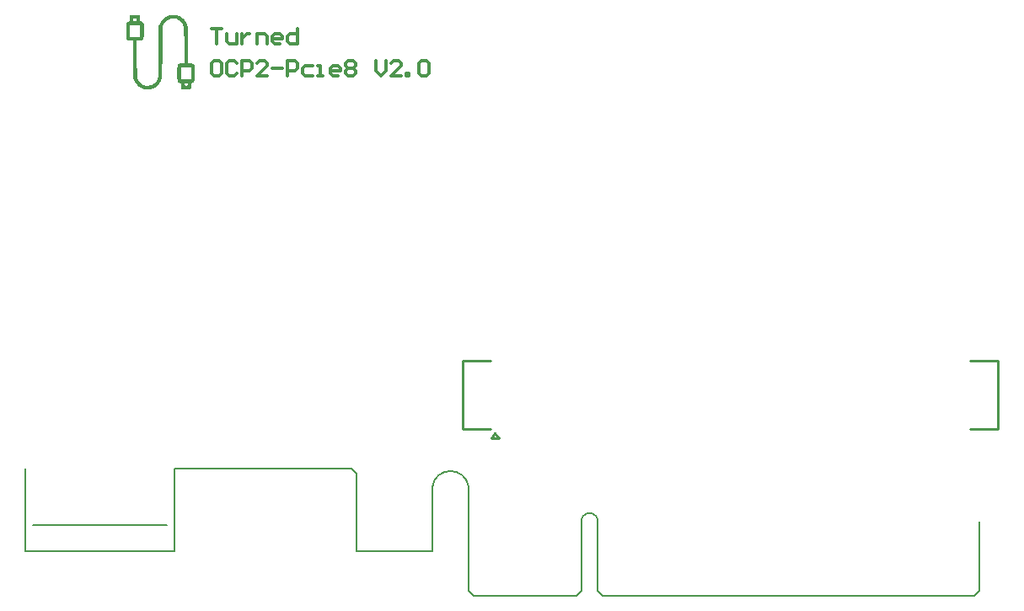
<source format=gto>
G04*
G04 #@! TF.GenerationSoftware,Altium Limited,Altium Designer,19.1.6 (110)*
G04*
G04 Layer_Color=65535*
%FSLAX25Y25*%
%MOIN*%
G70*
G01*
G75*
%ADD10C,0.00799*%
%ADD11C,0.01000*%
%ADD12C,0.01378*%
G36*
X248763Y348438D02*
X248679Y348439D01*
X248597Y348440D01*
X248515Y348441D01*
X248435Y348443D01*
X248356Y348446D01*
X248277Y348449D01*
X248200Y348453D01*
X248124Y348458D01*
X248049Y348463D01*
X247974Y348469D01*
X247901Y348475D01*
X247829Y348482D01*
X247757Y348490D01*
X247686Y348499D01*
X247617Y348508D01*
X247548Y348518D01*
X247480Y348529D01*
X247412Y348540D01*
X247345Y348552D01*
X247280Y348565D01*
X247215Y348578D01*
X247150Y348592D01*
X247086Y348607D01*
X247023Y348623D01*
X246960Y348639D01*
X246899Y348657D01*
X246837Y348674D01*
X246776Y348693D01*
X246716Y348713D01*
X246656Y348733D01*
X246597Y348754D01*
X246538Y348776D01*
X246480Y348798D01*
X246422Y348822D01*
X246364Y348846D01*
X246307Y348871D01*
X246250Y348897D01*
X246194Y348924D01*
X246138Y348952D01*
X246082Y348980D01*
X246026Y349010D01*
X245971Y349040D01*
X245915Y349071D01*
X245860Y349103D01*
X245805Y349136D01*
X245751Y349170D01*
X245696Y349204D01*
X245641Y349240D01*
X245587Y349276D01*
X245532Y349314D01*
X245478Y349352D01*
X245424Y349391D01*
X245369Y349432D01*
X245315Y349473D01*
X245261Y349515D01*
X245206Y349558D01*
X245151Y349602D01*
X245096Y349647D01*
X245041Y349693D01*
X244986Y349740D01*
X244931Y349788D01*
X244875Y349837D01*
X244819Y349887D01*
X244763Y349938D01*
X244721Y349981D01*
X244680Y350023D01*
X244639Y350066D01*
X244598Y350108D01*
X244558Y350151D01*
X244518Y350194D01*
X244479Y350237D01*
X244440Y350281D01*
X244401Y350324D01*
X244363Y350368D01*
X244326Y350412D01*
X244289Y350456D01*
X244252Y350500D01*
X244216Y350544D01*
X244180Y350589D01*
X244145Y350634D01*
X244110Y350679D01*
X244075Y350724D01*
X244041Y350769D01*
X244007Y350814D01*
X243974Y350860D01*
X243941Y350906D01*
X243909Y350952D01*
X243877Y350998D01*
X243846Y351045D01*
X243815Y351091D01*
X243784Y351138D01*
X243754Y351185D01*
X243725Y351233D01*
X243695Y351280D01*
X243667Y351328D01*
X243638Y351376D01*
X243610Y351424D01*
X243583Y351472D01*
X243556Y351521D01*
X243529Y351570D01*
X243503Y351619D01*
X243477Y351668D01*
X243452Y351718D01*
X243427Y351767D01*
X243403Y351817D01*
X243379Y351868D01*
X243355Y351918D01*
X243332Y351969D01*
X243310Y352020D01*
X243288Y352071D01*
X243266Y352122D01*
X243245Y352174D01*
X243224Y352226D01*
X243203Y352278D01*
X243183Y352331D01*
X243164Y352384D01*
X243145Y352437D01*
X243126Y352490D01*
X243108Y352544D01*
X243090Y352597D01*
X243073Y352652D01*
X243056Y352706D01*
X243039Y352761D01*
X243023Y352816D01*
X243007Y352871D01*
X242992Y352926D01*
X242978Y352982D01*
X242963Y353038D01*
X242963Y353092D01*
X242963Y353145D01*
X242962Y353205D01*
X242961Y353260D01*
X242960Y353319D01*
X242959Y353370D01*
X242958Y353424D01*
X242956Y353480D01*
X242955Y353540D01*
X242954Y353602D01*
X242952Y353667D01*
X242951Y353718D01*
X242950Y353771D01*
X242949Y353825D01*
X242947Y353881D01*
X242946Y353938D01*
X242945Y353997D01*
X242943Y354058D01*
X242942Y354120D01*
X242940Y354184D01*
X242939Y354249D01*
X242937Y354316D01*
X242935Y354385D01*
X242934Y354455D01*
X242932Y354527D01*
X242931Y354601D01*
X242929Y354676D01*
X242928Y354727D01*
X242927Y354779D01*
X242926Y354832D01*
X242924Y354885D01*
X242923Y354939D01*
X242922Y354993D01*
X242921Y355049D01*
X242920Y355105D01*
X242919Y355161D01*
X242917Y355219D01*
X242916Y355277D01*
X242915Y355336D01*
X242914Y355396D01*
X242913Y355456D01*
X242912Y355517D01*
X242910Y355579D01*
X242909Y355641D01*
X242908Y355705D01*
X242907Y355769D01*
X242906Y355833D01*
X242904Y355898D01*
X242903Y355965D01*
X242902Y356031D01*
X242901Y356099D01*
X242900Y356167D01*
X242899Y356236D01*
X242898Y356306D01*
X242897Y356376D01*
X242896Y356447D01*
X242894Y356519D01*
X242893Y356591D01*
X242892Y356664D01*
X242891Y356738D01*
X242890Y356813D01*
X242889Y356888D01*
X242888Y356964D01*
X242887Y357041D01*
X242886Y357118D01*
X242885Y357196D01*
X242884Y357275D01*
X242883Y357354D01*
X242882Y357435D01*
X242881Y357516D01*
X242880Y357597D01*
X242879Y357680D01*
X242879Y357763D01*
X242878Y357846D01*
X242877Y357931D01*
X242876Y358016D01*
X242875Y358102D01*
X242874Y358189D01*
X242874Y358276D01*
X242873Y358364D01*
X242872Y358453D01*
X242871Y358542D01*
X242871Y358632D01*
X242870Y358723D01*
X242869Y358814D01*
X242869Y358907D01*
X242868Y358999D01*
X242868Y359093D01*
X242867Y359187D01*
X242867Y359282D01*
X242866Y359378D01*
X242866Y359474D01*
X242866Y359572D01*
X242865Y359669D01*
X242865Y359768D01*
X242865Y359867D01*
X242864Y359967D01*
X242864Y360017D01*
X242864Y360068D01*
X242864Y360118D01*
X242864Y360169D01*
X242864Y360220D01*
X242864Y360271D01*
X242864Y360322D01*
X242863Y360373D01*
X242863Y360425D01*
X242863Y360477D01*
X242863Y360529D01*
X242863Y360581D01*
X242863Y360633D01*
X242863Y360686D01*
Y360738D01*
Y367638D01*
X241963D01*
X241821Y367638D01*
X241694Y367639D01*
X241581Y367640D01*
X241480Y367643D01*
X241391Y367648D01*
X241311Y367654D01*
X241240Y367664D01*
X241176Y367676D01*
X241118Y367692D01*
X241064Y367712D01*
X241013Y367736D01*
X240965Y367765D01*
X240917Y367799D01*
X240868Y367839D01*
X240817Y367885D01*
X240763Y367938D01*
X240263Y368338D01*
X240163Y371238D01*
X240164Y371539D01*
X240165Y371824D01*
X240166Y372092D01*
X240169Y372345D01*
X240173Y372584D01*
X240178Y372807D01*
X240184Y373017D01*
X240191Y373213D01*
X240200Y373397D01*
X240211Y373568D01*
X240223Y373727D01*
X240237Y373875D01*
X240253Y374012D01*
X240271Y374139D01*
X240291Y374256D01*
X240313Y374363D01*
X240338Y374462D01*
X240365Y374553D01*
X240395Y374636D01*
X240427Y374711D01*
X240462Y374780D01*
X240500Y374842D01*
X240541Y374899D01*
X240585Y374951D01*
X240633Y374998D01*
X240683Y375041D01*
X240737Y375080D01*
X240795Y375116D01*
X240856Y375149D01*
X240921Y375180D01*
X240990Y375210D01*
X241063Y375238D01*
X241134Y375274D01*
X241195Y375306D01*
X241249Y375337D01*
X241295Y375368D01*
X241333Y375401D01*
X241380Y375457D01*
X241403Y375501D01*
X241422Y375553D01*
X241437Y375613D01*
X241447Y375685D01*
X241454Y375768D01*
X241459Y375865D01*
X241461Y375920D01*
X241462Y375978D01*
X241462Y376041D01*
X241463Y376108D01*
X241463Y376180D01*
X241463Y376257D01*
X241463Y376338D01*
X241466Y376448D01*
X241472Y376554D01*
X241482Y376655D01*
X241496Y376752D01*
X241513Y376845D01*
X241532Y376934D01*
X241553Y377019D01*
X241576Y377101D01*
X241600Y377179D01*
X241624Y377253D01*
X241649Y377325D01*
X241674Y377393D01*
X241699Y377458D01*
X241722Y377521D01*
X241743Y377581D01*
X241763Y377638D01*
X241800Y377691D01*
X241837Y377737D01*
X241875Y377777D01*
X241918Y377812D01*
X241967Y377841D01*
X242025Y377865D01*
X242076Y377880D01*
X242133Y377893D01*
X242198Y377904D01*
X242273Y377913D01*
X242328Y377918D01*
X242387Y377923D01*
X242452Y377926D01*
X242521Y377929D01*
X242597Y377932D01*
X242677Y377934D01*
X242764Y377935D01*
X242857Y377936D01*
X242957Y377937D01*
X243009Y377938D01*
X243063Y377938D01*
X243119Y377938D01*
X243177Y377938D01*
X243237Y377938D01*
X243298Y377938D01*
X243361Y377938D01*
X243427Y377938D01*
X243494Y377938D01*
X243563D01*
X243660Y377938D01*
X243754Y377938D01*
X243845Y377938D01*
X243933Y377937D01*
X244018Y377936D01*
X244100Y377935D01*
X244180Y377933D01*
X244256Y377931D01*
X244331Y377929D01*
X244402Y377926D01*
X244471Y377923D01*
X244537Y377920D01*
X244601Y377916D01*
X244662Y377911D01*
X244721Y377906D01*
X244777Y377901D01*
X244832Y377895D01*
X244883Y377888D01*
X244933Y377881D01*
X245026Y377864D01*
X245111Y377844D01*
X245188Y377821D01*
X245257Y377795D01*
X245320Y377765D01*
X245375Y377732D01*
X245425Y377694D01*
X245468Y377652D01*
X245506Y377606D01*
X245538Y377555D01*
X245566Y377500D01*
X245589Y377439D01*
X245608Y377373D01*
X245624Y377301D01*
X245636Y377224D01*
X245646Y377141D01*
X245653Y377051D01*
X245657Y376955D01*
X245659Y376905D01*
X245660Y376853D01*
X245662Y376799D01*
X245662Y376743D01*
X245663Y376686D01*
X245663Y376627D01*
X245663Y376566D01*
X245663Y376503D01*
X245663Y376438D01*
X245664Y376137D01*
X245668Y375902D01*
X245679Y375726D01*
X245701Y375601D01*
X245737Y375517D01*
X245790Y375468D01*
X245864Y375444D01*
X245963Y375438D01*
X246029Y375402D01*
X246100Y375359D01*
X246143Y375332D01*
X246188Y375301D01*
X246236Y375266D01*
X246286Y375228D01*
X246336Y375187D01*
X246385Y375143D01*
X246434Y375096D01*
X246480Y375046D01*
X246524Y374993D01*
X246563Y374938D01*
X247163Y374538D01*
Y371938D01*
X247163Y371664D01*
X247163Y371403D01*
X247163Y371156D01*
X247162Y370921D01*
X247161Y370700D01*
X247160Y370489D01*
X247158Y370291D01*
X247155Y370104D01*
X247152Y369928D01*
X247148Y369762D01*
X247143Y369606D01*
X247137Y369460D01*
X247130Y369323D01*
X247121Y369195D01*
X247112Y369075D01*
X247101Y368963D01*
X247088Y368859D01*
X247074Y368762D01*
X247059Y368672D01*
X247041Y368589D01*
X247022Y368511D01*
X247001Y368439D01*
X246978Y368372D01*
X246952Y368310D01*
X246925Y368253D01*
X246895Y368199D01*
X246863Y368149D01*
X246828Y368102D01*
X246791Y368058D01*
X246751Y368016D01*
X246709Y367976D01*
X246663Y367938D01*
X246607Y367885D01*
X246550Y367839D01*
X246492Y367799D01*
X246432Y367765D01*
X246370Y367736D01*
X246305Y367712D01*
X246236Y367692D01*
X246163Y367676D01*
X246086Y367664D01*
X246003Y367654D01*
X245915Y367648D01*
X245819Y367643D01*
X245769Y367641D01*
X245718Y367640D01*
X245664Y367639D01*
X245608Y367639D01*
X245550Y367639D01*
X245490Y367638D01*
X245428Y367638D01*
X245363Y367638D01*
X244263D01*
Y360438D01*
X244463Y353238D01*
X244763Y352438D01*
X244803Y352344D01*
X244846Y352250D01*
X244894Y352155D01*
X244945Y352060D01*
X244999Y351966D01*
X245057Y351871D01*
X245118Y351777D01*
X245182Y351684D01*
X245249Y351591D01*
X245319Y351499D01*
X245391Y351408D01*
X245466Y351319D01*
X245544Y351230D01*
X245623Y351144D01*
X245705Y351059D01*
X245788Y350976D01*
X245873Y350895D01*
X245960Y350816D01*
X246049Y350740D01*
X246138Y350666D01*
X246229Y350595D01*
X246321Y350526D01*
X246414Y350461D01*
X246507Y350399D01*
X246601Y350341D01*
X246695Y350286D01*
X246790Y350234D01*
X246885Y350187D01*
X246980Y350143D01*
X247075Y350104D01*
X247169Y350069D01*
X247263Y350038D01*
X247343Y350020D01*
X247423Y350003D01*
X247504Y349987D01*
X247584Y349973D01*
X247665Y349959D01*
X247746Y349947D01*
X247827Y349936D01*
X247908Y349926D01*
X247990Y349918D01*
X248071Y349910D01*
X248152Y349904D01*
X248234Y349899D01*
X248316Y349895D01*
X248397Y349893D01*
X248479Y349891D01*
X248560Y349891D01*
X248642Y349893D01*
X248723Y349895D01*
X248804Y349899D01*
X248885Y349904D01*
X248966Y349910D01*
X249047Y349918D01*
X249127Y349926D01*
X249207Y349936D01*
X249287Y349948D01*
X249367Y349960D01*
X249447Y349974D01*
X249526Y349989D01*
X249604Y350006D01*
X249683Y350024D01*
X249761Y350043D01*
X249838Y350063D01*
X249915Y350085D01*
X249992Y350108D01*
X250068Y350133D01*
X250144Y350158D01*
X250219Y350185D01*
X250294Y350214D01*
X250368Y350244D01*
X250441Y350275D01*
X250514Y350307D01*
X250586Y350341D01*
X250657Y350376D01*
X250728Y350413D01*
X250798Y350451D01*
X250868Y350490D01*
X250936Y350531D01*
X251004Y350573D01*
X251071Y350616D01*
X251137Y350661D01*
X251202Y350707D01*
X251267Y350755D01*
X251330Y350804D01*
X251393Y350855D01*
X251455Y350906D01*
X251515Y350960D01*
X251575Y351015D01*
X251634Y351071D01*
X251691Y351128D01*
X251748Y351187D01*
X251803Y351248D01*
X251858Y351310D01*
X251911Y351373D01*
X251963Y351438D01*
X251998Y351480D01*
X252032Y351520D01*
X252065Y351559D01*
X252102Y351603D01*
X252138Y351646D01*
X252173Y351687D01*
X252207Y351728D01*
X252240Y351768D01*
X252272Y351808D01*
X252307Y351853D01*
X252340Y351898D01*
X252372Y351944D01*
X252403Y351990D01*
X252433Y352037D01*
X252462Y352085D01*
X252489Y352135D01*
X252512Y352180D01*
X252534Y352227D01*
X252555Y352275D01*
X252575Y352326D01*
X252594Y352379D01*
X252610Y352427D01*
X252626Y352476D01*
X252641Y352527D01*
X252655Y352581D01*
X252669Y352637D01*
X252682Y352695D01*
X252693Y352746D01*
X252703Y352799D01*
X252713Y352853D01*
X252723Y352910D01*
X252732Y352969D01*
X252741Y353029D01*
X252748Y353080D01*
X252755Y353132D01*
X252761Y353185D01*
X252768Y353240D01*
X252774Y353297D01*
X252780Y353355D01*
X252786Y353415D01*
X252791Y353476D01*
X252797Y353540D01*
X252802Y353605D01*
X252806Y353655D01*
X252810Y353706D01*
X252814Y353758D01*
X252817Y353812D01*
X252821Y353866D01*
X252824Y353921D01*
X252827Y353978D01*
X252831Y354036D01*
X252834Y354095D01*
X252837Y354155D01*
X252840Y354216D01*
X252843Y354279D01*
X252846Y354343D01*
X252849Y354408D01*
X252852Y354474D01*
X252854Y354541D01*
X252857Y354610D01*
X252859Y354681D01*
X252862Y354752D01*
X252864Y354825D01*
X252867Y354899D01*
X252868Y354949D01*
X252870Y355000D01*
X252871Y355052D01*
X252873Y355104D01*
X252874Y355157D01*
X252875Y355210D01*
X252877Y355264D01*
X252878Y355319D01*
X252880Y355374D01*
X252881Y355430D01*
X252882Y355487D01*
X252884Y355544D01*
X252885Y355602D01*
X252886Y355661D01*
X252887Y355720D01*
X252888Y355780D01*
X252890Y355841D01*
X252891Y355903D01*
X252892Y355965D01*
X252893Y356028D01*
X252894Y356091D01*
X252895Y356155D01*
X252896Y356220D01*
X252897Y356286D01*
X252899Y356352D01*
X252900Y356420D01*
X252901Y356487D01*
X252902Y356556D01*
X252903Y356626D01*
X252904Y356696D01*
X252905Y356767D01*
X252906Y356838D01*
X252906Y356911D01*
X252907Y356984D01*
X252908Y357058D01*
X252909Y357133D01*
X252910Y357208D01*
X252911Y357285D01*
X252912Y357362D01*
X252913Y357440D01*
X252914Y357519D01*
X252915Y357598D01*
X252915Y357679D01*
X252916Y357760D01*
X252917Y357842D01*
X252918Y357925D01*
X252919Y358009D01*
X252920Y358093D01*
X252920Y358179D01*
X252921Y358265D01*
X252922Y358352D01*
X252923Y358440D01*
X252924Y358529D01*
X252924Y358619D01*
X252925Y358709D01*
X252926Y358801D01*
X252927Y358893D01*
X252928Y358986D01*
X252928Y359081D01*
X252929Y359176D01*
X252930Y359272D01*
X252931Y359368D01*
X252932Y359466D01*
X252933Y359565D01*
X252933Y359665D01*
X252934Y359715D01*
X252934Y359765D01*
X252935Y359816D01*
X252935Y359867D01*
X252936Y359918D01*
X252936Y359969D01*
X252936Y360021D01*
X252937Y360072D01*
X252937Y360124D01*
X252938Y360177D01*
X252938Y360229D01*
X252939Y360282D01*
X252939Y360335D01*
X252939Y360388D01*
X252940Y360442D01*
X252940Y360495D01*
X252941Y360549D01*
X252941Y360604D01*
X252942Y360658D01*
X252942Y360713D01*
X252942Y360768D01*
X252943Y360823D01*
X252943Y360878D01*
X252944Y360934D01*
X252944Y360990D01*
X252945Y361046D01*
X252945Y361103D01*
X252946Y361159D01*
X252946Y361216D01*
X252947Y361273D01*
X252947Y361331D01*
X252947Y361388D01*
X252948Y361446D01*
X252948Y361505D01*
X252949Y361563D01*
X252949Y361622D01*
X252950Y361681D01*
X252950Y361740D01*
X252951Y361799D01*
X252951Y361859D01*
X252952Y361919D01*
X252952Y361979D01*
X252953Y362039D01*
X252953Y362100D01*
X252954Y362161D01*
X252955Y362223D01*
X252955Y362284D01*
X252956Y362346D01*
X252956Y362408D01*
X252957Y362470D01*
X252957Y362533D01*
X252958Y362596D01*
X252958Y362659D01*
X252959Y362722D01*
X252959Y362786D01*
X252960Y362849D01*
X252960Y362914D01*
X252961Y362978D01*
X252961Y363043D01*
X252962Y363108D01*
X252973Y362100D01*
X252963Y363238D01*
Y373638D01*
X253563Y374538D01*
X253592Y374599D01*
X253620Y374659D01*
X253650Y374718D01*
X253679Y374777D01*
X253710Y374836D01*
X253740Y374893D01*
X253771Y374951D01*
X253803Y375007D01*
X253835Y375063D01*
X253867Y375119D01*
X253900Y375174D01*
X253934Y375228D01*
X253968Y375282D01*
X254002Y375335D01*
X254037Y375388D01*
X254073Y375440D01*
X254109Y375491D01*
X254145Y375542D01*
X254182Y375593D01*
X254220Y375643D01*
X254258Y375692D01*
X254296Y375741D01*
X254336Y375790D01*
X254375Y375837D01*
X254416Y375885D01*
X254456Y375931D01*
X254498Y375978D01*
X254540Y376023D01*
X254582Y376068D01*
X254625Y376113D01*
X254669Y376157D01*
X254713Y376201D01*
X254758Y376244D01*
X254803Y376287D01*
X254850Y376329D01*
X254896Y376370D01*
X254943Y376411D01*
X254991Y376452D01*
X255040Y376492D01*
X255089Y376532D01*
X255138Y376571D01*
X255189Y376609D01*
X255240Y376647D01*
X255291Y376685D01*
X255343Y376722D01*
X255396Y376759D01*
X255450Y376795D01*
X255504Y376831D01*
X255559Y376866D01*
X255614Y376901D01*
X255670Y376935D01*
X255727Y376969D01*
X255785Y377002D01*
X255843Y377035D01*
X255902Y377067D01*
X255961Y377099D01*
X256022Y377131D01*
X256083Y377162D01*
X256144Y377192D01*
X256207Y377222D01*
X256270Y377252D01*
X256333Y377281D01*
X256398Y377310D01*
X256463Y377338D01*
X256545Y377384D01*
X256623Y377426D01*
X256697Y377466D01*
X256767Y377503D01*
X256834Y377538D01*
X256898Y377570D01*
X256959Y377600D01*
X257018Y377627D01*
X257075Y377653D01*
X257131Y377676D01*
X257185Y377697D01*
X257239Y377716D01*
X257292Y377734D01*
X257344Y377749D01*
X257397Y377763D01*
X257451Y377776D01*
X257505Y377787D01*
X257561Y377797D01*
X257618Y377805D01*
X257677Y377812D01*
X257739Y377818D01*
X257803Y377823D01*
X257870Y377827D01*
X257940Y377831D01*
X258014Y377833D01*
X258092Y377835D01*
X258174Y377836D01*
X258261Y377837D01*
X258353Y377838D01*
X258451Y377838D01*
X258502Y377838D01*
X258554Y377838D01*
X258608Y377838D01*
X258663D01*
X258747Y377838D01*
X258830Y377837D01*
X258912Y377836D01*
X258993Y377835D01*
X259073Y377833D01*
X259152Y377830D01*
X259230Y377827D01*
X259307Y377823D01*
X259383Y377819D01*
X259459Y377814D01*
X259533Y377809D01*
X259607Y377803D01*
X259680Y377796D01*
X259752Y377789D01*
X259824Y377781D01*
X259894Y377773D01*
X259964Y377764D01*
X260034Y377754D01*
X260102Y377743D01*
X260170Y377732D01*
X260237Y377720D01*
X260304Y377708D01*
X260370Y377694D01*
X260435Y377680D01*
X260500Y377665D01*
X260564Y377650D01*
X260628Y377633D01*
X260691Y377616D01*
X260753Y377598D01*
X260816Y377579D01*
X260877Y377559D01*
X260938Y377538D01*
X260999Y377517D01*
X261059Y377494D01*
X261119Y377471D01*
X261179Y377447D01*
X261238Y377422D01*
X261297Y377395D01*
X261355Y377368D01*
X261413Y377340D01*
X261471Y377311D01*
X261529Y377281D01*
X261586Y377250D01*
X261643Y377218D01*
X261700Y377185D01*
X261757Y377151D01*
X261813Y377115D01*
X261870Y377079D01*
X261926Y377042D01*
X261982Y377003D01*
X262038Y376963D01*
X262094Y376922D01*
X262149Y376880D01*
X262205Y376837D01*
X262261Y376793D01*
X262316Y376747D01*
X262372Y376701D01*
X262428Y376653D01*
X262484Y376603D01*
X262539Y376553D01*
X262595Y376501D01*
X262651Y376448D01*
X262707Y376394D01*
X262763Y376338D01*
X262805Y376296D01*
X262847Y376253D01*
X262888Y376210D01*
X262929Y376167D01*
X262969Y376124D01*
X263008Y376080D01*
X263048Y376036D01*
X263087Y375992D01*
X263125Y375947D01*
X263163Y375902D01*
X263201Y375857D01*
X263238Y375812D01*
X263275Y375766D01*
X263311Y375720D01*
X263347Y375674D01*
X263382Y375627D01*
X263417Y375581D01*
X263452Y375534D01*
X263486Y375486D01*
X263519Y375439D01*
X263552Y375391D01*
X263585Y375343D01*
X263617Y375295D01*
X263649Y375247D01*
X263681Y375198D01*
X263712Y375149D01*
X263742Y375100D01*
X263772Y375051D01*
X263802Y375001D01*
X263831Y374951D01*
X263860Y374901D01*
X263888Y374851D01*
X263916Y374800D01*
X263944Y374750D01*
X263971Y374699D01*
X263997Y374647D01*
X264023Y374596D01*
X264049Y374545D01*
X264074Y374493D01*
X264099Y374441D01*
X264124Y374389D01*
X264148Y374336D01*
X264171Y374284D01*
X264194Y374231D01*
X264217Y374178D01*
X264239Y374125D01*
X264261Y374072D01*
X264282Y374018D01*
X264303Y373964D01*
X264323Y373910D01*
X264343Y373856D01*
X264363Y373802D01*
X264382Y373748D01*
X264401Y373693D01*
X264419Y373638D01*
X264437Y373583D01*
X264454Y373528D01*
X264471Y373473D01*
X264488Y373418D01*
X264504Y373362D01*
X264519Y373306D01*
X264534Y373251D01*
X264549Y373195D01*
X264563Y373138D01*
X264564Y373076D01*
X264564Y373020D01*
X264565Y372958D01*
X264566Y372888D01*
X264567Y372838D01*
X264568Y372785D01*
X264569Y372728D01*
X264570Y372669D01*
X264572Y372606D01*
X264573Y372541D01*
X264575Y372473D01*
X264576Y372401D01*
X264578Y372327D01*
X264580Y372249D01*
X264582Y372169D01*
X264583Y372086D01*
X264585Y372000D01*
X264587Y371911D01*
X264590Y371819D01*
X264592Y371725D01*
X264594Y371627D01*
X264596Y371527D01*
X264597Y371476D01*
X264598Y371424D01*
X264599Y371372D01*
X264600Y371318D01*
X264602Y371264D01*
X264603Y371210D01*
X264604Y371154D01*
X264605Y371099D01*
X264606Y371042D01*
X264607Y370985D01*
X264609Y370927D01*
X264610Y370868D01*
X264611Y370809D01*
X264612Y370749D01*
X264613Y370688D01*
X264615Y370627D01*
X264616Y370565D01*
X264617Y370503D01*
X264618Y370439D01*
X264619Y370375D01*
X264620Y370311D01*
X264621Y370246D01*
X264623Y370180D01*
X264624Y370113D01*
X264625Y370046D01*
X264626Y369979D01*
X264627Y369910D01*
X264628Y369841D01*
X264629Y369772D01*
X264631Y369701D01*
X264632Y369631D01*
X264633Y369559D01*
X264634Y369487D01*
X264635Y369414D01*
X264636Y369341D01*
X264637Y369267D01*
X264638Y369192D01*
X264639Y369117D01*
X264640Y369041D01*
X264641Y368965D01*
X264642Y368888D01*
X264643Y368810D01*
X264644Y368732D01*
X264645Y368653D01*
X264646Y368574D01*
X264647Y368494D01*
X264648Y368413D01*
X264649Y368332D01*
X264649Y368250D01*
X264650Y368168D01*
X264651Y368085D01*
X264652Y368002D01*
X264653Y367918D01*
X264653Y367833D01*
X264654Y367748D01*
X264655Y367662D01*
X264655Y367576D01*
X264656Y367489D01*
X264657Y367402D01*
X264657Y367314D01*
X264658Y367225D01*
X264658Y367136D01*
X264659Y367046D01*
X264660Y366956D01*
X264660Y366865D01*
X264660Y366774D01*
X264661Y366682D01*
X264661Y366590D01*
X264662Y366497D01*
X264662Y366403D01*
X264662Y366309D01*
X264662Y366215D01*
X264663Y366120D01*
X264663Y366024D01*
X264663Y365928D01*
X264663Y365831D01*
X264663Y365734D01*
X264663Y365636D01*
X264663Y365538D01*
Y358738D01*
X265563D01*
X265672Y358737D01*
X265775Y358733D01*
X265871Y358727D01*
X265962Y358718D01*
X266047Y358706D01*
X266128Y358691D01*
X266204Y358672D01*
X266276Y358651D01*
X266344Y358626D01*
X266410Y358597D01*
X266473Y358564D01*
X266534Y358527D01*
X266593Y358487D01*
X266650Y358442D01*
X266707Y358392D01*
X266763Y358338D01*
X267263Y358038D01*
Y355038D01*
X267272Y354738D01*
X267280Y354454D01*
X267286Y354187D01*
X267290Y353936D01*
X267294Y353700D01*
X267295Y353479D01*
X267295Y353272D01*
X267293Y353079D01*
X267289Y352899D01*
X267283Y352732D01*
X267275Y352577D01*
X267265Y352433D01*
X267253Y352301D01*
X267238Y352179D01*
X267221Y352066D01*
X267201Y351963D01*
X267178Y351869D01*
X267153Y351783D01*
X267125Y351705D01*
X267094Y351634D01*
X267060Y351570D01*
X267023Y351511D01*
X266983Y351458D01*
X266940Y351410D01*
X266893Y351367D01*
X266843Y351327D01*
X266789Y351290D01*
X266731Y351257D01*
X266670Y351225D01*
X266605Y351195D01*
X266536Y351167D01*
X266463Y351138D01*
X266393Y351085D01*
X266331Y351038D01*
X266278Y350993D01*
X266232Y350951D01*
X266193Y350908D01*
X266161Y350864D01*
X266135Y350816D01*
X266113Y350763D01*
X266097Y350703D01*
X266084Y350634D01*
X266075Y350555D01*
X266070Y350463D01*
X266068Y350412D01*
X266066Y350358D01*
X266065Y350299D01*
X266064Y350236D01*
X266064Y350169D01*
X266063Y350097D01*
X266063Y350020D01*
X266063Y349938D01*
X266063Y349869D01*
X266063Y349802D01*
X266062Y349737D01*
X266060Y349674D01*
X266059Y349613D01*
X266057Y349555D01*
X266054Y349498D01*
X266051Y349443D01*
X266047Y349390D01*
X266042Y349339D01*
X266031Y349243D01*
X266017Y349154D01*
X265999Y349071D01*
X265978Y348995D01*
X265953Y348926D01*
X265923Y348862D01*
X265889Y348804D01*
X265850Y348752D01*
X265806Y348705D01*
X265756Y348663D01*
X265701Y348626D01*
X265639Y348593D01*
X265571Y348564D01*
X265496Y348539D01*
X265414Y348517D01*
X265324Y348499D01*
X265227Y348484D01*
X265176Y348478D01*
X265122Y348472D01*
X265066Y348466D01*
X265009Y348462D01*
X264949Y348458D01*
X264886Y348454D01*
X264822Y348451D01*
X264755Y348448D01*
X264686Y348446D01*
X264615Y348444D01*
X264541Y348443D01*
X264465Y348441D01*
X264386Y348440D01*
X264305Y348440D01*
X264222Y348439D01*
X264135Y348439D01*
X264046Y348439D01*
X263955Y348438D01*
X263860Y348438D01*
X263763Y348438D01*
X263407Y348439D01*
X263088Y348440D01*
X262807Y348444D01*
X262563Y348451D01*
X262357Y348463D01*
X262188Y348481D01*
X262057Y348505D01*
X261963Y348538D01*
X261938Y348600D01*
X261917Y348672D01*
X261906Y348726D01*
X261896Y348784D01*
X261888Y348848D01*
X261881Y348916D01*
X261876Y348988D01*
X261872Y349066D01*
X261869Y349148D01*
X261866Y349234D01*
X261865Y349326D01*
X261864Y349422D01*
X261863Y349523D01*
X261863Y349575D01*
X261863Y349628D01*
X261863Y349683D01*
Y349738D01*
Y350838D01*
X261263Y350938D01*
X261208Y350960D01*
X261155Y350983D01*
X261105Y351007D01*
X261056Y351032D01*
X261010Y351060D01*
X260966Y351089D01*
X260923Y351119D01*
X260883Y351153D01*
X260845Y351188D01*
X260808Y351226D01*
X260774Y351266D01*
X260741Y351309D01*
X260710Y351356D01*
X260681Y351405D01*
X260653Y351457D01*
X260627Y351513D01*
X260602Y351573D01*
X260579Y351636D01*
X260558Y351703D01*
X260538Y351774D01*
X260525Y351824D01*
X260513Y351876D01*
X260502Y351930D01*
X260491Y351985D01*
X260481Y352043D01*
X260471Y352103D01*
X260462Y352165D01*
X260453Y352230D01*
X260445Y352296D01*
X260437Y352365D01*
X260430Y352436D01*
X260423Y352510D01*
X260417Y352586D01*
X260411Y352665D01*
X260405Y352746D01*
X260400Y352830D01*
X260396Y352916D01*
X260391Y353006D01*
X260387Y353097D01*
X260384Y353192D01*
X260381Y353290D01*
X260378Y353390D01*
X260377Y353441D01*
X260375Y353493D01*
X260374Y353546D01*
X260373Y353600D01*
X260372Y353654D01*
X260371Y353709D01*
X260370Y353765D01*
X260369Y353822D01*
X260368Y353879D01*
X260368Y353937D01*
X260367Y353996D01*
X260366Y354056D01*
X260366Y354117D01*
X260365Y354178D01*
X260365Y354240D01*
X260365Y354303D01*
X260364Y354367D01*
X260364Y354432D01*
X260364Y354498D01*
X260364Y354564D01*
X260364Y354631D01*
X260363Y354699D01*
X260363Y354768D01*
X260363Y354838D01*
X260363Y355005D01*
X260364Y355166D01*
X260364Y355323D01*
X260365Y355475D01*
X260366Y355623D01*
X260367Y355766D01*
X260369Y355905D01*
X260371Y356040D01*
X260374Y356170D01*
X260377Y356296D01*
X260380Y356417D01*
X260384Y356535D01*
X260389Y356649D01*
X260394Y356758D01*
X260400Y356864D01*
X260407Y356966D01*
X260414Y357065D01*
X260423Y357159D01*
X260432Y357250D01*
X260441Y357338D01*
X260452Y357422D01*
X260464Y357503D01*
X260476Y357580D01*
X260490Y357654D01*
X260504Y357725D01*
X260520Y357793D01*
X260537Y357858D01*
X260555Y357920D01*
X260574Y357979D01*
X260594Y358034D01*
X260615Y358088D01*
X260638Y358138D01*
X260662Y358186D01*
X260688Y358232D01*
X260715Y358274D01*
X260773Y358353D01*
X260837Y358422D01*
X260907Y358483D01*
X260984Y358535D01*
X261068Y358580D01*
X261159Y358619D01*
X261207Y358635D01*
X261257Y358650D01*
X261309Y358664D01*
X261363Y358676D01*
X261420Y358687D01*
X261478Y358697D01*
X261538Y358705D01*
X261600Y358712D01*
X261665Y358718D01*
X261732Y358724D01*
X261801Y358728D01*
X261872Y358731D01*
X261945Y358734D01*
X262021Y358736D01*
X262100Y358737D01*
X262180Y358738D01*
X262263Y358738D01*
X263163D01*
Y365938D01*
X263063Y373138D01*
X262763Y373938D01*
X262739Y373985D01*
X262714Y374032D01*
X262688Y374078D01*
X262662Y374125D01*
X262634Y374171D01*
X262605Y374217D01*
X262575Y374262D01*
X262545Y374308D01*
X262513Y374353D01*
X262481Y374399D01*
X262448Y374444D01*
X262414Y374488D01*
X262380Y374533D01*
X262344Y374577D01*
X262308Y374621D01*
X262271Y374665D01*
X262234Y374708D01*
X262195Y374752D01*
X262156Y374795D01*
X262117Y374837D01*
X262077Y374880D01*
X262036Y374922D01*
X261995Y374964D01*
X261953Y375005D01*
X261911Y375046D01*
X261868Y375087D01*
X261824Y375128D01*
X261781Y375168D01*
X261736Y375208D01*
X261691Y375248D01*
X261646Y375287D01*
X261601Y375326D01*
X261555Y375364D01*
X261509Y375402D01*
X261462Y375440D01*
X261415Y375478D01*
X261368Y375515D01*
X261321Y375551D01*
X261273Y375587D01*
X261225Y375623D01*
X261177Y375658D01*
X261129Y375693D01*
X261081Y375728D01*
X261032Y375762D01*
X260983Y375795D01*
X260934Y375828D01*
X260886Y375861D01*
X260837Y375893D01*
X260788Y375925D01*
X260739Y375956D01*
X260690Y375987D01*
X260641Y376017D01*
X260592Y376047D01*
X260543Y376076D01*
X260494Y376104D01*
X260446Y376133D01*
X260397Y376160D01*
X260349Y376187D01*
X260301Y376214D01*
X260253Y376240D01*
X260205Y376265D01*
X260158Y376290D01*
X260110Y376315D01*
X260063Y376338D01*
X260014Y376352D01*
X259965Y376365D01*
X259915Y376378D01*
X259866Y376390D01*
X259816Y376401D01*
X259767Y376412D01*
X259717Y376422D01*
X259668Y376431D01*
X259618Y376440D01*
X259568Y376448D01*
X259519Y376456D01*
X259469Y376463D01*
X259419Y376469D01*
X259369Y376475D01*
X259319Y376480D01*
X259269Y376485D01*
X259170Y376493D01*
X259070Y376498D01*
X258971Y376501D01*
X258872Y376501D01*
X258772Y376499D01*
X258673Y376495D01*
X258574Y376489D01*
X258476Y376481D01*
X258378Y376470D01*
X258280Y376457D01*
X258182Y376442D01*
X258085Y376424D01*
X257988Y376405D01*
X257892Y376383D01*
X257796Y376359D01*
X257701Y376333D01*
X257606Y376305D01*
X257512Y376275D01*
X257419Y376243D01*
X257326Y376208D01*
X257234Y376172D01*
X257143Y376134D01*
X257053Y376093D01*
X256963Y376051D01*
X256875Y376007D01*
X256787Y375960D01*
X256700Y375912D01*
X256614Y375862D01*
X256530Y375810D01*
X256446Y375756D01*
X256364Y375700D01*
X256282Y375642D01*
X256202Y375583D01*
X256162Y375552D01*
X256123Y375521D01*
X256084Y375490D01*
X256045Y375458D01*
X256007Y375426D01*
X255968Y375393D01*
X255931Y375360D01*
X255893Y375326D01*
X255856Y375292D01*
X255819Y375257D01*
X255783Y375222D01*
X255747Y375187D01*
X255711Y375151D01*
X255676Y375115D01*
X255641Y375078D01*
X255606Y375041D01*
X255572Y375004D01*
X255538Y374966D01*
X255505Y374927D01*
X255472Y374888D01*
X255439Y374849D01*
X255407Y374810D01*
X255375Y374769D01*
X255343Y374729D01*
X255312Y374688D01*
X255282Y374647D01*
X255251Y374605D01*
X255222Y374563D01*
X255192Y374520D01*
X255163Y374478D01*
X255135Y374434D01*
X255107Y374391D01*
X255079Y374346D01*
X255052Y374302D01*
X255025Y374257D01*
X254999Y374212D01*
X254973Y374166D01*
X254948Y374120D01*
X254923Y374074D01*
X254899Y374027D01*
X254875Y373980D01*
X254852Y373932D01*
X254829Y373884D01*
X254806Y373836D01*
X254785Y373787D01*
X254763Y373738D01*
X254751Y373688D01*
X254740Y373638D01*
X254730Y373587D01*
X254721Y373537D01*
X254712Y373485D01*
X254704Y373432D01*
X254697Y373379D01*
X254690Y373327D01*
X254683Y373271D01*
X254677Y373218D01*
X254672Y373168D01*
X254666Y373115D01*
X254661Y373060D01*
X254656Y373009D01*
X254652Y372957D01*
X254647Y372902D01*
X254642Y372844D01*
X254639Y372794D01*
X254635Y372742D01*
X254631Y372688D01*
X254627Y372632D01*
X254623Y372574D01*
X254619Y372514D01*
X254615Y372452D01*
X254612Y372401D01*
X254609Y372349D01*
X254606Y372295D01*
X254603Y372240D01*
X254600Y372183D01*
X254597Y372125D01*
X254594Y372066D01*
X254591Y372005D01*
X254588Y371942D01*
X254585Y371878D01*
X254582Y371812D01*
X254579Y371762D01*
X254577Y371710D01*
X254575Y371658D01*
X254573Y371605D01*
X254571Y371551D01*
X254569Y371496D01*
X254566Y371441D01*
X254564Y371384D01*
X254562Y371326D01*
X254560Y371267D01*
X254558Y371207D01*
X254556Y371147D01*
X254554Y371085D01*
X254552Y371022D01*
X254550Y370958D01*
X254548Y370894D01*
X254545Y370828D01*
X254543Y370761D01*
X254541Y370693D01*
X254540Y370624D01*
X254538Y370554D01*
X254536Y370483D01*
X254534Y370410D01*
X254532Y370337D01*
X254530Y370263D01*
X254529Y370212D01*
X254527Y370162D01*
X254526Y370110D01*
X254525Y370058D01*
X254524Y370006D01*
X254523Y369953D01*
X254521Y369900D01*
X254520Y369846D01*
X254519Y369792D01*
X254518Y369737D01*
X254517Y369682D01*
X254516Y369626D01*
X254514Y369569D01*
X254513Y369512D01*
X254512Y369455D01*
X254511Y369397D01*
X254510Y369338D01*
X254509Y369279D01*
X254508Y369219D01*
X254507Y369159D01*
X254506Y369098D01*
X254505Y369037D01*
X254504Y368975D01*
X254503Y368913D01*
X254502Y368850D01*
X254501Y368786D01*
X254500Y368722D01*
X254499Y368657D01*
X254498Y368592D01*
X254497Y368526D01*
X254496Y368460D01*
X254495Y368393D01*
X254494Y368325D01*
X254493Y368257D01*
X254492Y368188D01*
X254491Y368119D01*
X254490Y368049D01*
X254489Y367978D01*
X254488Y367907D01*
X254488Y367835D01*
X254487Y367763D01*
X254486Y367690D01*
X254485Y367617D01*
X254484Y367542D01*
X254484Y367467D01*
X254483Y367392D01*
X254482Y367316D01*
X254481Y367239D01*
X254481Y367162D01*
X254480Y367084D01*
X254479Y367006D01*
X254479Y366927D01*
X254478Y366847D01*
X254477Y366766D01*
X254476Y366685D01*
X254476Y366603D01*
X254475Y366521D01*
X254475Y366438D01*
X254474Y366354D01*
X254473Y366270D01*
X254473Y366185D01*
X254472Y366099D01*
X254472Y366013D01*
X254471Y365926D01*
X254471Y365838D01*
X254470Y365750D01*
X254470Y365661D01*
X254469Y365571D01*
X254469Y365481D01*
X254468Y365390D01*
X254468Y365298D01*
X254468Y365206D01*
X254467Y365112D01*
X254467Y365019D01*
X254467Y364924D01*
X254466Y364829D01*
X254466Y364733D01*
X254466Y364636D01*
X254465Y364539D01*
X254465Y364441D01*
X254465Y364342D01*
X254465Y364243D01*
X254465Y364193D01*
X254465Y364143D01*
X254464Y364092D01*
X254464Y364042D01*
X254464Y363991D01*
X254464Y363940D01*
X254464Y363889D01*
X254464Y363838D01*
X254464Y363786D01*
X254464Y363735D01*
X254464Y363683D01*
X254464Y363631D01*
X254464Y363579D01*
X254464Y363527D01*
X254464Y363474D01*
X254464Y363421D01*
X254463Y363368D01*
X254463Y363315D01*
X254463Y363262D01*
X254463Y363208D01*
X254463Y363155D01*
X254463Y363101D01*
X254463Y363047D01*
X254471Y364101D01*
X254393Y352797D01*
X253863Y351738D01*
X253835Y351682D01*
X253806Y351626D01*
X253777Y351570D01*
X253747Y351515D01*
X253717Y351459D01*
X253686Y351404D01*
X253656Y351349D01*
X253624Y351294D01*
X253592Y351239D01*
X253560Y351185D01*
X253527Y351131D01*
X253493Y351077D01*
X253460Y351023D01*
X253425Y350969D01*
X253391Y350916D01*
X253356Y350863D01*
X253320Y350811D01*
X253284Y350759D01*
X253247Y350707D01*
X253210Y350655D01*
X253172Y350604D01*
X253134Y350553D01*
X253096Y350502D01*
X253056Y350452D01*
X253017Y350402D01*
X252977Y350352D01*
X252936Y350303D01*
X252895Y350254D01*
X252854Y350206D01*
X252812Y350158D01*
X252769Y350110D01*
X252726Y350063D01*
X252682Y350017D01*
X252638Y349971D01*
X252593Y349925D01*
X252548Y349879D01*
X252502Y349835D01*
X252456Y349790D01*
X252410Y349746D01*
X252362Y349703D01*
X252314Y349660D01*
X252266Y349618D01*
X252217Y349576D01*
X252168Y349535D01*
X252118Y349494D01*
X252067Y349454D01*
X252016Y349415D01*
X251965Y349376D01*
X251913Y349337D01*
X251860Y349300D01*
X251807Y349262D01*
X251753Y349226D01*
X251699Y349190D01*
X251644Y349155D01*
X251588Y349120D01*
X251532Y349086D01*
X251476Y349053D01*
X251418Y349020D01*
X251361Y348988D01*
X251302Y348957D01*
X251243Y348926D01*
X251184Y348896D01*
X251124Y348867D01*
X251063Y348838D01*
X250981Y348811D01*
X250902Y348784D01*
X250827Y348759D01*
X250755Y348735D01*
X250686Y348712D01*
X250620Y348690D01*
X250555Y348669D01*
X250493Y348649D01*
X250432Y348630D01*
X250373Y348613D01*
X250314Y348596D01*
X250256Y348580D01*
X250199Y348565D01*
X250142Y348551D01*
X250084Y348538D01*
X250026Y348526D01*
X249967Y348515D01*
X249906Y348504D01*
X249845Y348495D01*
X249781Y348486D01*
X249715Y348478D01*
X249647Y348471D01*
X249576Y348464D01*
X249502Y348459D01*
X249425Y348454D01*
X249344Y348449D01*
X249259Y348446D01*
X249170Y348443D01*
X249076Y348441D01*
X248977Y348440D01*
X248926Y348439D01*
X248873Y348439D01*
X248819Y348438D01*
X248763Y348438D01*
D02*
G37*
%LPC*%
G36*
X261963Y354838D02*
Y352338D01*
D01*
X263963D01*
D01*
X265863D01*
D01*
Y354838D01*
D01*
Y357238D01*
D01*
X263963D01*
D01*
X261963D01*
D01*
Y354838D01*
D01*
D02*
G37*
G36*
X245463Y369138D02*
Y371538D01*
D01*
Y373938D01*
D01*
X243563D01*
D01*
X241663D01*
D01*
Y371538D01*
D01*
Y369138D01*
D01*
X243563D01*
D01*
X245463D01*
D01*
D02*
G37*
G36*
X264069Y349938D02*
X264161Y349939D01*
D01*
X264242Y349941D01*
D01*
X264310Y349945D01*
D01*
X264368Y349951D01*
D01*
X264417Y349959D01*
D01*
X264457Y349972D01*
D01*
X264488Y349988D01*
D01*
X264513Y350009D01*
D01*
X264532Y350036D01*
D01*
X264545Y350068D01*
D01*
X264554Y350107D01*
D01*
X264559Y350153D01*
D01*
X264562Y350206D01*
D01*
X264563Y350268D01*
D01*
X264563Y350338D01*
D01*
X264563Y350393D01*
D01*
X264563Y350444D01*
D01*
X264563Y350492D01*
D01*
X264562Y350536D01*
D01*
X264561Y350578D01*
D01*
X264559Y350617D01*
D01*
X264557Y350652D01*
D01*
X264554Y350685D01*
D01*
X264550Y350715D01*
D01*
X264545Y350743D01*
D01*
X264539Y350769D01*
D01*
X264532Y350792D01*
D01*
X264523Y350813D01*
D01*
X264513Y350832D01*
D01*
X264502Y350848D01*
D01*
X264488Y350863D01*
D01*
X264473Y350876D01*
D01*
X264457Y350888D01*
D01*
X264438Y350898D01*
D01*
X264417Y350907D01*
D01*
X264394Y350914D01*
D01*
X264368Y350920D01*
D01*
X264340Y350925D01*
D01*
X264310Y350929D01*
D01*
X264277Y350932D01*
D01*
X264242Y350934D01*
D01*
X264203Y350936D01*
D01*
X264161Y350937D01*
D01*
X264117Y350938D01*
D01*
X264069Y350938D01*
D01*
X264018Y350938D01*
D01*
X263963Y350938D01*
D01*
X263909Y350938D01*
D01*
X263858Y350938D01*
D01*
X263810Y350938D01*
D01*
X263765Y350937D01*
D01*
X263724Y350936D01*
D01*
X263685Y350934D01*
D01*
X263649Y350932D01*
D01*
X263616Y350929D01*
D01*
X263586Y350925D01*
D01*
X263558Y350920D01*
D01*
X263533Y350914D01*
D01*
X263510Y350907D01*
D01*
X263489Y350898D01*
D01*
X263470Y350888D01*
D01*
X263453Y350876D01*
D01*
X263438Y350863D01*
D01*
X263425Y350848D01*
D01*
X263414Y350832D01*
D01*
X263404Y350813D01*
D01*
X263395Y350792D01*
D01*
X263388Y350769D01*
D01*
X263382Y350743D01*
D01*
X263377Y350715D01*
D01*
X263373Y350685D01*
D01*
X263370Y350652D01*
D01*
X263367Y350617D01*
D01*
X263366Y350578D01*
D01*
X263365Y350536D01*
D01*
X263364Y350492D01*
D01*
X263363Y350444D01*
D01*
X263363Y350393D01*
D01*
X263363Y350338D01*
D01*
X263363Y350302D01*
D01*
X263363Y350268D01*
D01*
X263364Y350236D01*
D01*
X263365Y350206D01*
D01*
X263366Y350179D01*
D01*
X263367Y350153D01*
D01*
X263370Y350129D01*
D01*
X263373Y350107D01*
D01*
X263377Y350087D01*
D01*
X263382Y350068D01*
D01*
X263388Y350051D01*
D01*
X263395Y350036D01*
D01*
X263404Y350022D01*
D01*
X263414Y350009D01*
D01*
X263425Y349998D01*
D01*
X263438Y349988D01*
D01*
X263453Y349979D01*
D01*
X263470Y349972D01*
D01*
X263489Y349965D01*
D01*
X263510Y349959D01*
D01*
X263533Y349955D01*
D01*
X263558Y349951D01*
D01*
X263586Y349947D01*
D01*
X263616Y349945D01*
D01*
X263649Y349942D01*
D01*
X263685Y349941D01*
D01*
X263724Y349940D01*
D01*
X263765Y349939D01*
D01*
X263810Y349939D01*
D01*
X263858Y349938D01*
D01*
X263909Y349938D01*
D01*
X263963Y349938D01*
D01*
X264069Y349938D01*
D01*
D02*
G37*
G36*
X243669Y375438D02*
X243761Y375439D01*
D01*
X243842Y375441D01*
D01*
X243910Y375445D01*
D01*
X243968Y375450D01*
D01*
X244017Y375459D01*
D01*
X244057Y375472D01*
D01*
X244088Y375488D01*
D01*
X244113Y375510D01*
D01*
X244132Y375536D01*
D01*
X244145Y375568D01*
D01*
X244154Y375607D01*
D01*
X244159Y375653D01*
D01*
X244162Y375706D01*
D01*
X244163Y375768D01*
D01*
X244163Y375838D01*
D01*
X244163Y375893D01*
D01*
X244163Y375944D01*
D01*
X244163Y375992D01*
D01*
X244162Y376036D01*
D01*
X244161Y376078D01*
D01*
X244159Y376116D01*
D01*
X244157Y376152D01*
D01*
X244154Y376185D01*
D01*
X244150Y376216D01*
D01*
X244145Y376243D01*
D01*
X244139Y376269D01*
D01*
X244132Y376292D01*
D01*
X244123Y376313D01*
D01*
X244113Y376331D01*
D01*
X244102Y376348D01*
D01*
X244088Y376363D01*
D01*
X244073Y376377D01*
D01*
X244057Y376388D01*
D01*
X244038Y376398D01*
D01*
X244017Y376407D01*
D01*
X243994Y376414D01*
D01*
X243968Y376420D01*
D01*
X243940Y376425D01*
D01*
X243910Y376429D01*
D01*
X243877Y376432D01*
D01*
X243842Y376434D01*
D01*
X243803Y376436D01*
D01*
X243761Y376437D01*
D01*
X243717Y376438D01*
D01*
X243669Y376438D01*
D01*
X243618Y376438D01*
D01*
X243563Y376438D01*
D01*
X243509Y376438D01*
D01*
X243458Y376438D01*
D01*
X243410Y376438D01*
D01*
X243365Y376437D01*
D01*
X243324Y376436D01*
D01*
X243285Y376434D01*
D01*
X243249Y376432D01*
D01*
X243216Y376429D01*
D01*
X243186Y376425D01*
D01*
X243158Y376420D01*
D01*
X243133Y376414D01*
D01*
X243110Y376407D01*
D01*
X243089Y376398D01*
D01*
X243070Y376388D01*
D01*
X243053Y376377D01*
D01*
X243038Y376363D01*
D01*
X243025Y376348D01*
D01*
X243014Y376331D01*
D01*
X243004Y376313D01*
D01*
X242995Y376292D01*
D01*
X242988Y376269D01*
D01*
X242982Y376243D01*
D01*
X242977Y376216D01*
D01*
X242973Y376185D01*
D01*
X242970Y376152D01*
D01*
X242967Y376116D01*
D01*
X242966Y376078D01*
D01*
X242965Y376036D01*
D01*
X242964Y375992D01*
D01*
X242963Y375944D01*
D01*
X242963Y375893D01*
D01*
X242963Y375838D01*
D01*
X242963Y375802D01*
D01*
X242963Y375768D01*
D01*
X242964Y375736D01*
D01*
X242965Y375706D01*
D01*
X242966Y375679D01*
D01*
X242967Y375653D01*
D01*
X242970Y375629D01*
D01*
X242973Y375607D01*
D01*
X242977Y375587D01*
D01*
X242982Y375568D01*
D01*
X242988Y375551D01*
D01*
X242995Y375536D01*
D01*
X243004Y375522D01*
D01*
X243014Y375510D01*
D01*
X243025Y375498D01*
D01*
X243038Y375488D01*
D01*
X243053Y375480D01*
D01*
X243070Y375472D01*
D01*
X243089Y375465D01*
D01*
X243110Y375459D01*
D01*
X243133Y375455D01*
D01*
X243158Y375450D01*
D01*
X243186Y375447D01*
D01*
X243216Y375445D01*
D01*
X243249Y375443D01*
D01*
X243285Y375441D01*
D01*
X243324Y375440D01*
D01*
X243365Y375439D01*
D01*
X243410Y375439D01*
D01*
X243458Y375438D01*
D01*
X243509Y375438D01*
D01*
X243563Y375438D01*
D01*
X243669Y375438D01*
D01*
D02*
G37*
%LPD*%
D10*
X375575Y191287D02*
G03*
X361238Y190941I-7147J-1064D01*
G01*
X426771Y177153D02*
G03*
X420102Y177102I-3337J321D01*
G01*
X203421Y176055D02*
X256193D01*
X200311Y165851D02*
Y198350D01*
X375600Y150231D02*
X377571Y148260D01*
X418232D01*
X200311Y165851D02*
X259366D01*
X259366D02*
Y198351D01*
X329366D01*
X331366Y196351D01*
Y165851D02*
Y196351D01*
Y165851D02*
X361216D01*
Y190752D01*
X375600Y150231D02*
Y190985D01*
X418232Y148260D02*
X420166Y150194D01*
Y177351D01*
X426728Y150244D02*
Y177351D01*
Y150244D02*
X428713Y148260D01*
X575591D01*
X577571Y150240D01*
Y177350D01*
D11*
X384492Y210559D02*
X387642D01*
X384492D02*
X385988Y212457D01*
X387642Y210559D01*
X373228Y214173D02*
X384326D01*
X373228Y240945D02*
X384326D01*
X373228Y214173D02*
Y240945D01*
X573941Y214173D02*
X585040D01*
X573941Y240945D02*
X585040D01*
Y214173D02*
Y240945D01*
D12*
X277015Y359935D02*
X275015D01*
X274016Y358935D01*
Y354937D01*
X275015Y353937D01*
X277015D01*
X278014Y354937D01*
Y358935D01*
X277015Y359935D01*
X284013Y358935D02*
X283013Y359935D01*
X281013D01*
X280014Y358935D01*
Y354937D01*
X281013Y353937D01*
X283013D01*
X284013Y354937D01*
X286012Y353937D02*
Y359935D01*
X289011D01*
X290011Y358935D01*
Y356936D01*
X289011Y355936D01*
X286012D01*
X296009Y353937D02*
X292010D01*
X296009Y357936D01*
Y358935D01*
X295009Y359935D01*
X293010D01*
X292010Y358935D01*
X298008Y356936D02*
X302007D01*
X304006Y353937D02*
Y359935D01*
X307005D01*
X308005Y358935D01*
Y356936D01*
X307005Y355936D01*
X304006D01*
X314003Y357936D02*
X311004D01*
X310004Y356936D01*
Y354937D01*
X311004Y353937D01*
X314003D01*
X316002D02*
X318002D01*
X317002D01*
Y357936D01*
X316002D01*
X324000Y353937D02*
X322000D01*
X321001Y354937D01*
Y356936D01*
X322000Y357936D01*
X324000D01*
X324999Y356936D01*
Y355936D01*
X321001D01*
X326999Y358935D02*
X327998Y359935D01*
X329998D01*
X330997Y358935D01*
Y357936D01*
X329998Y356936D01*
X330997Y355936D01*
Y354937D01*
X329998Y353937D01*
X327998D01*
X326999Y354937D01*
Y355936D01*
X327998Y356936D01*
X326999Y357936D01*
Y358935D01*
X327998Y356936D02*
X329998D01*
X338995Y359935D02*
Y355936D01*
X340994Y353937D01*
X342993Y355936D01*
Y359935D01*
X348991Y353937D02*
X344993D01*
X348991Y357936D01*
Y358935D01*
X347992Y359935D01*
X345992D01*
X344993Y358935D01*
X350991Y353937D02*
Y354937D01*
X351991D01*
Y353937D01*
X350991D01*
X355989Y358935D02*
X356989Y359935D01*
X358988D01*
X359988Y358935D01*
Y354937D01*
X358988Y353937D01*
X356989D01*
X355989Y354937D01*
Y358935D01*
X274016Y372533D02*
X278014D01*
X276015D01*
Y366535D01*
X280014Y370534D02*
Y367535D01*
X281013Y366535D01*
X284013D01*
Y370534D01*
X286012D02*
Y366535D01*
Y368535D01*
X287012Y369534D01*
X288011Y370534D01*
X289011D01*
X292010Y366535D02*
Y370534D01*
X295009D01*
X296009Y369534D01*
Y366535D01*
X301007D02*
X299008D01*
X298008Y367535D01*
Y369534D01*
X299008Y370534D01*
X301007D01*
X302007Y369534D01*
Y368535D01*
X298008D01*
X308005Y372533D02*
Y366535D01*
X305006D01*
X304006Y367535D01*
Y369534D01*
X305006Y370534D01*
X308005D01*
M02*

</source>
